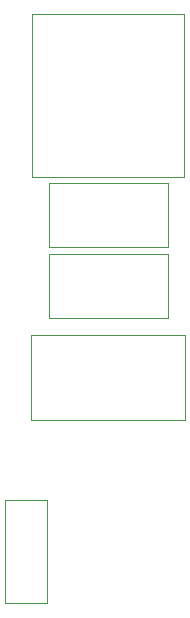
<source format=gbr>
G04 #@! TF.GenerationSoftware,KiCad,Pcbnew,(5.1.5-0-10_14)*
G04 #@! TF.CreationDate,2020-08-16T11:11:38-04:00*
G04 #@! TF.ProjectId,AYOMSM - VCA Control Board,41594f4d-534d-4202-9d20-56434120436f,rev?*
G04 #@! TF.SameCoordinates,Original*
G04 #@! TF.FileFunction,Other,User*
%FSLAX46Y46*%
G04 Gerber Fmt 4.6, Leading zero omitted, Abs format (unit mm)*
G04 Created by KiCad (PCBNEW (5.1.5-0-10_14)) date 2020-08-16 11:11:38*
%MOMM*%
%LPD*%
G04 APERTURE LIST*
%ADD10C,0.050000*%
%ADD11C,0.120000*%
G04 APERTURE END LIST*
D10*
X80450000Y-80170000D02*
X90550000Y-80170000D01*
X80450000Y-74770000D02*
X80450000Y-80170000D01*
X90550000Y-74770000D02*
X80450000Y-74770000D01*
X90550000Y-80170000D02*
X90550000Y-74770000D01*
X80450000Y-68737500D02*
X80450000Y-74137500D01*
X80450000Y-74137500D02*
X90550000Y-74137500D01*
X90550000Y-74137500D02*
X90550000Y-68737500D01*
X90550000Y-68737500D02*
X80450000Y-68737500D01*
X91910000Y-68206000D02*
X91910000Y-54456000D01*
X79090000Y-68206000D02*
X91910000Y-68206000D01*
X79090000Y-54456000D02*
X79090000Y-68206000D01*
X91910000Y-54456000D02*
X79090000Y-54456000D01*
X80349500Y-95609000D02*
X80349500Y-104289000D01*
X80349500Y-95609000D02*
X76749500Y-95609000D01*
X76749500Y-104289000D02*
X80349500Y-104289000D01*
X76749500Y-104289000D02*
X76749500Y-95609000D01*
D11*
X92008700Y-81597500D02*
X92008700Y-88773000D01*
X92008700Y-88773000D02*
X79054700Y-88773000D01*
X79054700Y-88773000D02*
X78991200Y-88773000D01*
X78991200Y-88773000D02*
X78991200Y-81597500D01*
X78991200Y-81597500D02*
X92008700Y-81597500D01*
M02*

</source>
